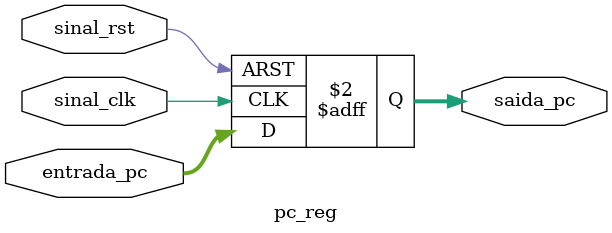
<source format=v>
`timescale 1ns / 1ps

module pc_reg (
    input  wire        sinal_clk,   // Clock do sistema 
    input  wire        sinal_rst,   // Reset assíncrono 
    input  wire [31:0] entrada_pc,  // Próximo endereço calculado 
    output reg  [31:0] saida_pc     // Endereço atual do PC 
);
    always @(posedge sinal_clk or posedge sinal_rst) begin
        if (sinal_rst)
            saida_pc <= 32'd0;      // Reinicia no endereço zero [cite: 88]
        else
            saida_pc <= entrada_pc; // Atualiza para o próximo PC [cite: 89]
    end
endmodule
</source>
